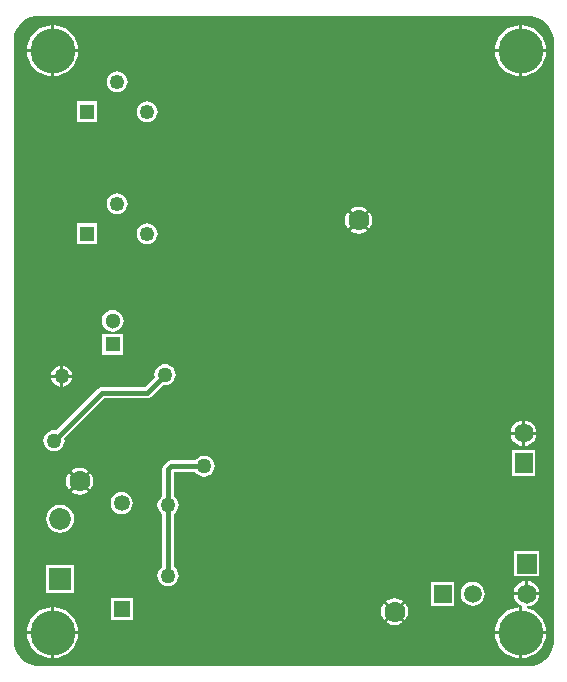
<source format=gbr>
%TF.GenerationSoftware,Altium Limited,Altium Designer,20.0.10 (225)*%
G04 Layer_Physical_Order=2*
G04 Layer_Color=16711680*
%FSLAX26Y26*%
%MOIN*%
%TF.FileFunction,Copper,L2,Bot,Signal*%
%TF.Part,Single*%
G01*
G75*
%TA.AperFunction,Conductor*%
%ADD15C,0.018000*%
%TA.AperFunction,ViaPad*%
%ADD16C,0.150000*%
%TA.AperFunction,ComponentPad*%
%ADD17R,0.059055X0.059055*%
%ADD18C,0.059055*%
%TA.AperFunction,ViaPad*%
%ADD19C,0.070000*%
%TA.AperFunction,ComponentPad*%
%ADD20R,0.072835X0.072835*%
%ADD21C,0.072835*%
%ADD22R,0.053150X0.053150*%
%ADD23C,0.053150*%
%ADD24C,0.051181*%
%ADD25R,0.051181X0.051181*%
%ADD26R,0.049213X0.049213*%
%ADD27C,0.049213*%
%ADD28R,0.065000X0.065000*%
%ADD29C,0.065000*%
%ADD30R,0.059055X0.065000*%
%TA.AperFunction,ViaPad*%
%ADD31C,0.050000*%
G36*
X4999160Y3162559D02*
X5014363Y3156795D01*
X5028149Y3148176D01*
X5039988Y3137033D01*
X5049426Y3123794D01*
X5056100Y3108968D01*
X5059754Y3093126D01*
X5060000Y3085000D01*
X5060000Y3085000D01*
Y1085000D01*
X5060246Y1076874D01*
X5057559Y1060840D01*
X5051795Y1045637D01*
X5043176Y1031851D01*
X5032033Y1020012D01*
X5018794Y1010574D01*
X5003968Y1003900D01*
X4988126Y1000246D01*
X4980000Y1000000D01*
X4980000Y1000000D01*
Y1000000D01*
X3345000Y1000000D01*
X3336874Y999754D01*
X3320840Y1002441D01*
X3305637Y1008205D01*
X3291851Y1016824D01*
X3280012Y1027967D01*
X3270574Y1041206D01*
X3263900Y1056032D01*
X3260246Y1071874D01*
X3260000Y1080000D01*
Y3080000D01*
X3260000D01*
X3259754Y3088126D01*
X3262441Y3104160D01*
X3268205Y3119363D01*
X3276824Y3133149D01*
X3287967Y3144988D01*
X3301206Y3154426D01*
X3316032Y3161100D01*
X3331874Y3164754D01*
X3340000Y3165000D01*
X4975000D01*
X4983126Y3165246D01*
X4999160Y3162559D01*
D02*
G37*
%LPC*%
G36*
X4955000Y3134919D02*
Y3055000D01*
X5034919D01*
X5033770Y3066663D01*
X5028910Y3082686D01*
X5021017Y3097452D01*
X5010395Y3110395D01*
X4997452Y3121017D01*
X4982685Y3128910D01*
X4966663Y3133770D01*
X4955000Y3134919D01*
D02*
G37*
G36*
X4945000D02*
X4933337Y3133770D01*
X4917315Y3128910D01*
X4902548Y3121017D01*
X4889605Y3110395D01*
X4878983Y3097452D01*
X4871090Y3082686D01*
X4866230Y3066663D01*
X4865081Y3055000D01*
X4945000D01*
Y3134919D01*
D02*
G37*
G36*
X3395000D02*
Y3055000D01*
X3474919D01*
X3473770Y3066663D01*
X3468910Y3082686D01*
X3461017Y3097452D01*
X3450395Y3110395D01*
X3437452Y3121017D01*
X3422686Y3128910D01*
X3406663Y3133770D01*
X3395000Y3134919D01*
D02*
G37*
G36*
X3385000D02*
X3373337Y3133770D01*
X3357314Y3128910D01*
X3342548Y3121017D01*
X3329605Y3110395D01*
X3318983Y3097452D01*
X3311090Y3082686D01*
X3306230Y3066663D01*
X3305081Y3055000D01*
X3385000D01*
Y3134919D01*
D02*
G37*
G36*
X5034919Y3045000D02*
X4955000D01*
Y2965081D01*
X4966663Y2966230D01*
X4982685Y2971090D01*
X4997452Y2978983D01*
X5010395Y2989605D01*
X5021017Y3002548D01*
X5028910Y3017314D01*
X5033770Y3033337D01*
X5034919Y3045000D01*
D02*
G37*
G36*
X4945000D02*
X4865081D01*
X4866230Y3033337D01*
X4871090Y3017314D01*
X4878983Y3002548D01*
X4889605Y2989605D01*
X4902548Y2978983D01*
X4917315Y2971090D01*
X4933337Y2966230D01*
X4945000Y2965081D01*
Y3045000D01*
D02*
G37*
G36*
X3474919D02*
X3395000D01*
Y2965081D01*
X3406663Y2966230D01*
X3422686Y2971090D01*
X3437452Y2978983D01*
X3450395Y2989605D01*
X3461017Y3002548D01*
X3468910Y3017314D01*
X3473770Y3033337D01*
X3474919Y3045000D01*
D02*
G37*
G36*
X3385000D02*
X3305081D01*
X3306230Y3033337D01*
X3311090Y3017314D01*
X3318983Y3002548D01*
X3329605Y2989605D01*
X3342548Y2978983D01*
X3357314Y2971090D01*
X3373337Y2966230D01*
X3385000Y2965081D01*
Y3045000D01*
D02*
G37*
G36*
X3605000Y2981283D02*
X3595966Y2980093D01*
X3587548Y2976606D01*
X3580318Y2971059D01*
X3574771Y2963830D01*
X3571285Y2955412D01*
X3570095Y2946378D01*
X3571285Y2937344D01*
X3574771Y2928926D01*
X3580318Y2921697D01*
X3587548Y2916149D01*
X3595966Y2912662D01*
X3605000Y2911473D01*
X3614034Y2912662D01*
X3622452Y2916149D01*
X3629682Y2921697D01*
X3635229Y2928926D01*
X3638715Y2937344D01*
X3639905Y2946378D01*
X3638715Y2955412D01*
X3635229Y2963830D01*
X3629682Y2971059D01*
X3622452Y2976606D01*
X3614034Y2980093D01*
X3605000Y2981283D01*
D02*
G37*
G36*
X3539606Y2880984D02*
X3470394D01*
Y2811772D01*
X3539606D01*
Y2880984D01*
D02*
G37*
G36*
X3705000Y2881283D02*
X3695966Y2880093D01*
X3687548Y2876606D01*
X3680318Y2871059D01*
X3674771Y2863830D01*
X3671285Y2855412D01*
X3670095Y2846378D01*
X3671285Y2837344D01*
X3674771Y2828926D01*
X3680318Y2821697D01*
X3687548Y2816149D01*
X3695966Y2812662D01*
X3705000Y2811473D01*
X3714034Y2812662D01*
X3722452Y2816149D01*
X3729682Y2821697D01*
X3735229Y2828926D01*
X3738715Y2837344D01*
X3739905Y2846378D01*
X3738715Y2855412D01*
X3735229Y2863830D01*
X3729682Y2871059D01*
X3722452Y2876606D01*
X3714034Y2880093D01*
X3705000Y2881283D01*
D02*
G37*
G36*
X3605000Y2574905D02*
X3595966Y2573715D01*
X3587548Y2570229D01*
X3580318Y2564682D01*
X3574771Y2557452D01*
X3571285Y2549034D01*
X3570095Y2540000D01*
X3571285Y2530966D01*
X3574771Y2522548D01*
X3580318Y2515318D01*
X3587548Y2509771D01*
X3595966Y2506285D01*
X3605000Y2505095D01*
X3614034Y2506285D01*
X3622452Y2509771D01*
X3629682Y2515318D01*
X3635229Y2522548D01*
X3638715Y2530966D01*
X3639905Y2540000D01*
X3638715Y2549034D01*
X3635229Y2557452D01*
X3629682Y2564682D01*
X3622452Y2570229D01*
X3614034Y2573715D01*
X3605000Y2574905D01*
D02*
G37*
G36*
X4410000Y2530388D02*
X4398253Y2528842D01*
X4387306Y2524307D01*
X4381907Y2520164D01*
X4410000Y2492071D01*
X4438093Y2520164D01*
X4432694Y2524307D01*
X4421747Y2528842D01*
X4410000Y2530388D01*
D02*
G37*
G36*
X4374836Y2513093D02*
X4370693Y2507694D01*
X4366158Y2496747D01*
X4364612Y2485000D01*
X4366158Y2473253D01*
X4370693Y2462306D01*
X4374836Y2456907D01*
X4402929Y2485000D01*
X4374836Y2513093D01*
D02*
G37*
G36*
X4445164D02*
X4417071Y2485000D01*
X4445164Y2456907D01*
X4449307Y2462306D01*
X4453842Y2473253D01*
X4455388Y2485000D01*
X4453842Y2496747D01*
X4449307Y2507694D01*
X4445164Y2513093D01*
D02*
G37*
G36*
X4410000Y2477929D02*
X4381907Y2449836D01*
X4387306Y2445693D01*
X4398253Y2441158D01*
X4410000Y2439612D01*
X4421747Y2441158D01*
X4432694Y2445693D01*
X4438093Y2449836D01*
X4410000Y2477929D01*
D02*
G37*
G36*
X3539606Y2474606D02*
X3470394D01*
Y2405394D01*
X3539606D01*
Y2474606D01*
D02*
G37*
G36*
X3705000Y2474905D02*
X3695966Y2473715D01*
X3687548Y2470229D01*
X3680318Y2464682D01*
X3674771Y2457452D01*
X3671285Y2449034D01*
X3670095Y2440000D01*
X3671285Y2430966D01*
X3674771Y2422548D01*
X3680318Y2415318D01*
X3687548Y2409771D01*
X3695966Y2406285D01*
X3705000Y2405095D01*
X3714034Y2406285D01*
X3722452Y2409771D01*
X3729682Y2415318D01*
X3735229Y2422548D01*
X3738715Y2430966D01*
X3739905Y2440000D01*
X3738715Y2449034D01*
X3735229Y2457452D01*
X3729682Y2464682D01*
X3722452Y2470229D01*
X3714034Y2473715D01*
X3705000Y2474905D01*
D02*
G37*
G36*
X3590728Y2185268D02*
X3581437Y2184044D01*
X3572780Y2180458D01*
X3565345Y2174753D01*
X3559640Y2167319D01*
X3556054Y2158661D01*
X3554831Y2149370D01*
X3556054Y2140079D01*
X3559640Y2131421D01*
X3565345Y2123987D01*
X3572780Y2118282D01*
X3581437Y2114696D01*
X3590728Y2113472D01*
X3600019Y2114696D01*
X3608677Y2118282D01*
X3616112Y2123987D01*
X3621816Y2131421D01*
X3625403Y2140079D01*
X3626626Y2149370D01*
X3625403Y2158661D01*
X3621816Y2167319D01*
X3616112Y2174753D01*
X3608677Y2180458D01*
X3600019Y2184044D01*
X3590728Y2185268D01*
D02*
G37*
G36*
X3626319Y2106220D02*
X3555138D01*
Y2035040D01*
X3626319D01*
Y2106220D01*
D02*
G37*
G36*
X3425000Y1999644D02*
Y1970000D01*
X3454644D01*
X3454099Y1974137D01*
X3450572Y1982651D01*
X3444962Y1989962D01*
X3437651Y1995572D01*
X3429137Y1999099D01*
X3425000Y1999644D01*
D02*
G37*
G36*
X3415000D02*
X3410863Y1999099D01*
X3402349Y1995572D01*
X3395038Y1989962D01*
X3389428Y1982651D01*
X3385901Y1974137D01*
X3385356Y1970000D01*
X3415000D01*
Y1999644D01*
D02*
G37*
G36*
X3765000Y2005302D02*
X3755863Y2004099D01*
X3747349Y2000572D01*
X3740038Y1994962D01*
X3734428Y1987651D01*
X3730901Y1979137D01*
X3729698Y1970000D01*
X3730618Y1963014D01*
X3696976Y1929372D01*
X3555000D01*
X3547587Y1927898D01*
X3541302Y1923698D01*
X3401986Y1784382D01*
X3395000Y1785302D01*
X3385863Y1784099D01*
X3377349Y1780572D01*
X3370038Y1774962D01*
X3364428Y1767651D01*
X3360901Y1759137D01*
X3359698Y1750000D01*
X3360901Y1740863D01*
X3364428Y1732349D01*
X3370038Y1725038D01*
X3377349Y1719428D01*
X3385863Y1715901D01*
X3395000Y1714698D01*
X3404137Y1715901D01*
X3412651Y1719428D01*
X3419962Y1725038D01*
X3425572Y1732349D01*
X3429099Y1740863D01*
X3430302Y1750000D01*
X3429382Y1756986D01*
X3563024Y1890628D01*
X3705000D01*
X3712413Y1892102D01*
X3718698Y1896302D01*
X3758014Y1935618D01*
X3765000Y1934698D01*
X3774137Y1935901D01*
X3782651Y1939428D01*
X3789962Y1945038D01*
X3795572Y1952349D01*
X3799099Y1960863D01*
X3800302Y1970000D01*
X3799099Y1979137D01*
X3795572Y1987651D01*
X3789962Y1994962D01*
X3782651Y2000572D01*
X3774137Y2004099D01*
X3765000Y2005302D01*
D02*
G37*
G36*
X3454644Y1960000D02*
X3425000D01*
Y1930356D01*
X3429137Y1930901D01*
X3437651Y1934428D01*
X3444962Y1940038D01*
X3450572Y1947349D01*
X3454099Y1955863D01*
X3454644Y1960000D01*
D02*
G37*
G36*
X3415000D02*
X3385356D01*
X3385901Y1955863D01*
X3389428Y1947349D01*
X3395038Y1940038D01*
X3402349Y1934428D01*
X3410863Y1930901D01*
X3415000Y1930356D01*
Y1960000D01*
D02*
G37*
G36*
X4965000Y1817208D02*
Y1780000D01*
X5002208D01*
X5001406Y1786095D01*
X4997124Y1796433D01*
X4990311Y1805311D01*
X4981433Y1812124D01*
X4971095Y1816406D01*
X4965000Y1817208D01*
D02*
G37*
G36*
X4955000D02*
X4948905Y1816406D01*
X4938567Y1812124D01*
X4929689Y1805311D01*
X4922876Y1796433D01*
X4918594Y1786095D01*
X4917792Y1780000D01*
X4955000D01*
Y1817208D01*
D02*
G37*
G36*
X5002208Y1770000D02*
X4965000D01*
Y1732792D01*
X4971095Y1733594D01*
X4981433Y1737876D01*
X4990311Y1744689D01*
X4997124Y1753567D01*
X5001406Y1763905D01*
X5002208Y1770000D01*
D02*
G37*
G36*
X4955000D02*
X4917792D01*
X4918594Y1763905D01*
X4922876Y1753567D01*
X4929689Y1744689D01*
X4938567Y1737876D01*
X4948905Y1733594D01*
X4955000Y1732792D01*
Y1770000D01*
D02*
G37*
G36*
X4999528Y1717500D02*
X4920472D01*
Y1632500D01*
X4999528D01*
Y1717500D01*
D02*
G37*
G36*
X3895000Y1700302D02*
X3885863Y1699099D01*
X3877349Y1695572D01*
X3870038Y1689962D01*
X3865748Y1684372D01*
X3785544D01*
X3778131Y1682898D01*
X3771846Y1678698D01*
X3761302Y1668154D01*
X3757102Y1661869D01*
X3755628Y1654456D01*
Y1564252D01*
X3750038Y1559962D01*
X3744428Y1552651D01*
X3740901Y1544137D01*
X3739698Y1535000D01*
X3740901Y1525863D01*
X3744428Y1517349D01*
X3750038Y1510038D01*
X3755628Y1505748D01*
Y1329252D01*
X3750038Y1324962D01*
X3744428Y1317651D01*
X3740901Y1309137D01*
X3739698Y1300000D01*
X3740901Y1290863D01*
X3744428Y1282349D01*
X3750038Y1275038D01*
X3757349Y1269428D01*
X3765863Y1265901D01*
X3775000Y1264698D01*
X3784137Y1265901D01*
X3792651Y1269428D01*
X3799962Y1275038D01*
X3805572Y1282349D01*
X3809099Y1290863D01*
X3810302Y1300000D01*
X3809099Y1309137D01*
X3805572Y1317651D01*
X3799962Y1324962D01*
X3794372Y1329252D01*
Y1505748D01*
X3799962Y1510038D01*
X3805572Y1517349D01*
X3809099Y1525863D01*
X3810302Y1535000D01*
X3809099Y1544137D01*
X3805572Y1552651D01*
X3799962Y1559962D01*
X3794372Y1564252D01*
Y1645628D01*
X3865748D01*
X3870038Y1640038D01*
X3877349Y1634428D01*
X3885863Y1630901D01*
X3895000Y1629698D01*
X3904137Y1630901D01*
X3912651Y1634428D01*
X3919962Y1640038D01*
X3925572Y1647349D01*
X3929099Y1655863D01*
X3930302Y1665000D01*
X3929099Y1674137D01*
X3925572Y1682651D01*
X3919962Y1689962D01*
X3912651Y1695572D01*
X3904137Y1699099D01*
X3895000Y1700302D01*
D02*
G37*
G36*
X3480000Y1660388D02*
X3468253Y1658842D01*
X3457306Y1654307D01*
X3451907Y1650164D01*
X3480000Y1622071D01*
X3508093Y1650164D01*
X3502694Y1654307D01*
X3491747Y1658842D01*
X3480000Y1660388D01*
D02*
G37*
G36*
X3444836Y1643093D02*
X3440693Y1637694D01*
X3436158Y1626747D01*
X3434612Y1615000D01*
X3436158Y1603253D01*
X3440693Y1592306D01*
X3444836Y1586907D01*
X3472929Y1615000D01*
X3444836Y1643093D01*
D02*
G37*
G36*
X3515164D02*
X3487071Y1615000D01*
X3515164Y1586907D01*
X3519307Y1592306D01*
X3523842Y1603253D01*
X3525388Y1615000D01*
X3523842Y1626747D01*
X3519307Y1637694D01*
X3515164Y1643093D01*
D02*
G37*
G36*
X3480000Y1607929D02*
X3451907Y1579836D01*
X3457306Y1575693D01*
X3468253Y1571158D01*
X3480000Y1569612D01*
X3491747Y1571158D01*
X3502694Y1575693D01*
X3508093Y1579836D01*
X3480000Y1607929D01*
D02*
G37*
G36*
X3620000Y1579056D02*
X3610452Y1577799D01*
X3601555Y1574113D01*
X3593914Y1568251D01*
X3588052Y1560611D01*
X3584367Y1551713D01*
X3583110Y1542165D01*
X3584367Y1532618D01*
X3588052Y1523720D01*
X3593914Y1516080D01*
X3601555Y1510217D01*
X3610452Y1506532D01*
X3620000Y1505275D01*
X3629548Y1506532D01*
X3638445Y1510217D01*
X3646086Y1516080D01*
X3651948Y1523720D01*
X3655633Y1532618D01*
X3656890Y1542165D01*
X3655633Y1551713D01*
X3651948Y1560611D01*
X3646086Y1568251D01*
X3638445Y1574113D01*
X3629548Y1577799D01*
X3620000Y1579056D01*
D02*
G37*
G36*
X3415000Y1536818D02*
X3402883Y1535223D01*
X3391591Y1530545D01*
X3381895Y1523105D01*
X3374455Y1513409D01*
X3369778Y1502117D01*
X3368182Y1490000D01*
X3369778Y1477883D01*
X3374455Y1466591D01*
X3381895Y1456895D01*
X3391591Y1449455D01*
X3402883Y1444777D01*
X3415000Y1443182D01*
X3427117Y1444777D01*
X3438409Y1449455D01*
X3448105Y1456895D01*
X3455545Y1466591D01*
X3460222Y1477883D01*
X3461818Y1490000D01*
X3460222Y1502117D01*
X3455545Y1513409D01*
X3448105Y1523105D01*
X3438409Y1530545D01*
X3427117Y1535223D01*
X3415000Y1536818D01*
D02*
G37*
G36*
X5012500Y1382500D02*
X4927500D01*
Y1297500D01*
X5012500D01*
Y1382500D01*
D02*
G37*
G36*
X4975000Y1282208D02*
Y1245000D01*
X5012208D01*
X5011406Y1251095D01*
X5007124Y1261433D01*
X5000311Y1270311D01*
X4991433Y1277124D01*
X4981095Y1281406D01*
X4975000Y1282208D01*
D02*
G37*
G36*
X4965000D02*
X4958905Y1281406D01*
X4948567Y1277124D01*
X4939689Y1270311D01*
X4932876Y1261433D01*
X4928594Y1251095D01*
X4927792Y1245000D01*
X4965000D01*
Y1282208D01*
D02*
G37*
G36*
X3461417Y1336417D02*
X3368583D01*
Y1243583D01*
X3461417D01*
Y1336417D01*
D02*
G37*
G36*
X4729528Y1279527D02*
X4650472D01*
Y1200473D01*
X4729528D01*
Y1279527D01*
D02*
G37*
G36*
X4790000Y1279869D02*
X4779681Y1278510D01*
X4770066Y1274527D01*
X4761809Y1268191D01*
X4755473Y1259934D01*
X4751490Y1250319D01*
X4750131Y1240000D01*
X4751490Y1229681D01*
X4755473Y1220066D01*
X4761809Y1211809D01*
X4770066Y1205473D01*
X4779681Y1201490D01*
X4790000Y1200131D01*
X4800319Y1201490D01*
X4809934Y1205473D01*
X4818191Y1211809D01*
X4824527Y1220066D01*
X4828510Y1229681D01*
X4829869Y1240000D01*
X4828510Y1250319D01*
X4824527Y1259934D01*
X4818191Y1268191D01*
X4809934Y1274527D01*
X4800319Y1278510D01*
X4790000Y1279869D01*
D02*
G37*
G36*
X4530000Y1225388D02*
X4518253Y1223842D01*
X4507306Y1219307D01*
X4501907Y1215164D01*
X4530000Y1187071D01*
X4558093Y1215164D01*
X4552694Y1219307D01*
X4541747Y1223842D01*
X4530000Y1225388D01*
D02*
G37*
G36*
X4494836Y1208093D02*
X4490693Y1202694D01*
X4486158Y1191747D01*
X4484612Y1180000D01*
X4486158Y1168253D01*
X4490693Y1157306D01*
X4494836Y1151907D01*
X4522929Y1180000D01*
X4494836Y1208093D01*
D02*
G37*
G36*
X4565164D02*
X4537071Y1180000D01*
X4565164Y1151907D01*
X4569307Y1157306D01*
X4573842Y1168253D01*
X4575388Y1180000D01*
X4573842Y1191747D01*
X4569307Y1202694D01*
X4565164Y1208093D01*
D02*
G37*
G36*
X3656575Y1224409D02*
X3583425D01*
Y1151260D01*
X3656575D01*
Y1224409D01*
D02*
G37*
G36*
X4530000Y1172929D02*
X4501907Y1144836D01*
X4507306Y1140693D01*
X4518253Y1136158D01*
X4530000Y1134612D01*
X4541747Y1136158D01*
X4552694Y1140693D01*
X4558093Y1144836D01*
X4530000Y1172929D01*
D02*
G37*
G36*
X5012208Y1235000D02*
X4970000D01*
X4927792D01*
X4928594Y1228905D01*
X4932876Y1218567D01*
X4939689Y1209689D01*
X4948567Y1202876D01*
X4955850Y1199859D01*
X4955000Y1196464D01*
Y1115000D01*
X5034919D01*
X5033770Y1126663D01*
X5028910Y1142686D01*
X5021017Y1157452D01*
X5010395Y1170395D01*
X4997452Y1181017D01*
X4982685Y1188910D01*
X4971535Y1192292D01*
X4971953Y1197390D01*
X4981095Y1198594D01*
X4991433Y1202876D01*
X5000311Y1209689D01*
X5007124Y1218567D01*
X5011406Y1228905D01*
X5012208Y1235000D01*
D02*
G37*
G36*
X4945000Y1194919D02*
X4933337Y1193770D01*
X4917315Y1188910D01*
X4902548Y1181017D01*
X4889605Y1170395D01*
X4878983Y1157452D01*
X4871090Y1142686D01*
X4866230Y1126663D01*
X4865081Y1115000D01*
X4945000D01*
Y1194919D01*
D02*
G37*
G36*
X3395000D02*
Y1115000D01*
X3474919D01*
X3473770Y1126663D01*
X3468910Y1142686D01*
X3461017Y1157452D01*
X3450395Y1170395D01*
X3437452Y1181017D01*
X3422686Y1188910D01*
X3406663Y1193770D01*
X3395000Y1194919D01*
D02*
G37*
G36*
X3385000D02*
X3373337Y1193770D01*
X3357314Y1188910D01*
X3342548Y1181017D01*
X3329605Y1170395D01*
X3318983Y1157452D01*
X3311090Y1142686D01*
X3306230Y1126663D01*
X3305081Y1115000D01*
X3385000D01*
Y1194919D01*
D02*
G37*
G36*
X5034919Y1105000D02*
X4955000D01*
Y1025081D01*
X4966663Y1026230D01*
X4982685Y1031090D01*
X4997452Y1038983D01*
X5010395Y1049605D01*
X5021017Y1062548D01*
X5028910Y1077314D01*
X5033770Y1093337D01*
X5034919Y1105000D01*
D02*
G37*
G36*
X4945000D02*
X4865081D01*
X4866230Y1093337D01*
X4871090Y1077314D01*
X4878983Y1062548D01*
X4889605Y1049605D01*
X4902548Y1038983D01*
X4917315Y1031090D01*
X4933337Y1026230D01*
X4945000Y1025081D01*
Y1105000D01*
D02*
G37*
G36*
X3474919D02*
X3395000D01*
Y1025081D01*
X3406663Y1026230D01*
X3422686Y1031090D01*
X3437452Y1038983D01*
X3450395Y1049605D01*
X3461017Y1062548D01*
X3468910Y1077314D01*
X3473770Y1093337D01*
X3474919Y1105000D01*
D02*
G37*
G36*
X3385000D02*
X3305081D01*
X3306230Y1093337D01*
X3311090Y1077314D01*
X3318983Y1062548D01*
X3329605Y1049605D01*
X3342548Y1038983D01*
X3357314Y1031090D01*
X3373337Y1026230D01*
X3385000Y1025081D01*
Y1105000D01*
D02*
G37*
%LPD*%
D15*
X3785544Y1665000D02*
X3895000D01*
X3775000Y1654456D02*
X3785544Y1665000D01*
X3775000Y1320000D02*
Y1654456D01*
X3395000Y1750000D02*
X3555000Y1910000D01*
X3705000D02*
X3765000Y1970000D01*
X3555000Y1910000D02*
X3705000D01*
X3765000Y1310000D02*
X3775000Y1320000D01*
X3765000Y1300000D02*
Y1310000D01*
D16*
X4950000Y1110000D02*
D03*
X3390000D02*
D03*
X4950000Y3050000D02*
D03*
X3390000D02*
D03*
D17*
X4690000Y1240000D02*
D03*
D18*
X4790000D02*
D03*
D19*
X3480000Y1615000D02*
D03*
X4530000Y1180000D02*
D03*
X4410000Y2485000D02*
D03*
D20*
X3415000Y1290000D02*
D03*
D21*
Y1490000D02*
D03*
D22*
X3620000Y1187835D02*
D03*
D23*
Y1542165D02*
D03*
D24*
X3590728Y2149370D02*
D03*
D25*
Y2070630D02*
D03*
D26*
X3505000Y2846378D02*
D03*
Y2440000D02*
D03*
D27*
X3605000Y2946378D02*
D03*
X3705000Y2846378D02*
D03*
X3605000Y2540000D02*
D03*
X3705000Y2440000D02*
D03*
D28*
X4970000Y1340000D02*
D03*
D29*
Y1240000D02*
D03*
X4960000Y1775000D02*
D03*
D30*
Y1675000D02*
D03*
D31*
X3420000Y1965000D02*
D03*
X3895000Y1665000D02*
D03*
X3765000Y1970000D02*
D03*
X3395000Y1750000D02*
D03*
X3775000Y1535000D02*
D03*
Y1300000D02*
D03*
%TF.MD5,b139e53122cb549e546a545b41217614*%
M02*

</source>
